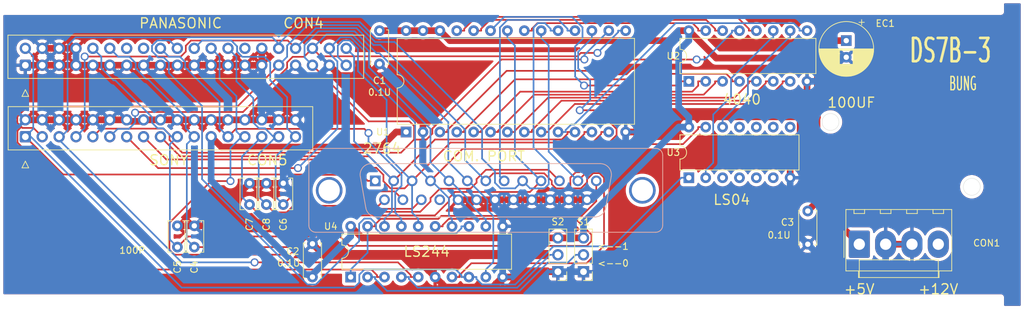
<source format=kicad_pcb>
(kicad_pcb (version 20240108) (generator "pcbnew") (generator_version "8.0")
  (layers (0 "F.Cu" signal) (31 "B.Cu" signal) (34 "B.Paste" user) (35 "F.Paste" user) (36 "B.SilkS" user "B.Silkscreen") (37 "F.SilkS" user "F.Silkscreen") (38 "B.Mask" user) (39 "F.Mask" user) (44 "Edge.Cuts" user))
  (net 0 "")
  (net 1 "/GND")
  (net 2 "/D5")
  (net 3 "/D6")
  (net 4 "/D7")
  (net 5 "/A6")
  (net 6 "/+5V")
  (net 7 "/A5")
  (net 8 "/A2")
  (net 9 "/D4")
  (net 10 "/A9")
  (net 11 "/A7")
  (net 12 "/EPROM.~{OE}")
  (net 13 "/A4")
  (net 14 "/D0")
  (net 15 "/D1")
  (net 16 "/A3")
  (net 17 "/EPROM.~{CE}")
  (net 18 "/A1")
  (net 19 "/A0")
  (net 20 "/A10")
  (net 21 "/D3")
  (net 22 "/A8")
  (net 23 "/A11")
  (net 24 "/D2")
  (net 25 "/S2")
  (net 26 "/LS244.~{OE}")
  (net 27 "/DMA.Req")
  (net 28 "/Interrupt")
  (net 29 "/S1")
  (net 30 "/Panasonic.D5")
  (net 31 "/Reset")
  (net 32 "/BinCnt.Clk")
  (net 33 "/BinCnt.Reset")
  (net 42 "/+12V")
  (net 44 "/CD.~{WE}")
  (net 46 "/Bus.Enable")
  (net 48 "/Addr.Bit.0")
  (net 49 "/Addr.Bit.1")
  (footprint "Capacitor_THT:C_Disc_D3.8mm_W2.6mm_P2.50mm" (layer "F.Cu") (at 101.5 107.18 90)
    (property "Reference" "C4")
    (property "Value" "100P")
  )
  (footprint "Connector_IDC:IDC-Header_2x17_P2.54mm_Vertical" (layer "F.Cu") (at 76.09 90.58 90)
    (property "Reference" "CON5")
    (property "Value" "SONY" (hide yes))
  )
  (footprint "Package_DIP:DIP-16_W7.62mm" (layer "F.Cu") (at 175.87 82.25 90)
    (property "Reference" "U2")
    (property "Value" "4040")
  )
  (footprint "Connector_Molex:Molex_KK-396_A-41791-0004_1x04_P3.96mm_Vertical" (layer "F.Cu") (at 201.51 106.75)
    (property "Reference" "CON1")
    (property "Value" "Power Connector")
  )
  (footprint "Package_DIP:DIP-20_W7.62mm" (layer "F.Cu") (at 125.02 111.68 90)
    (property "Reference" "U4")
    (property "Value" "74LS244")
  )
  (footprint "Capacitor_THT:C_Disc_D3.8mm_W2.6mm_P2.50mm" (layer "F.Cu") (at 114.88 100.78 90)
    (property "Reference" "C6")
    (property "Value" "100P")
  )
  (footprint "Capacitor_THT:C_Disc_D3.8mm_W2.6mm_P2.50mm" (layer "F.Cu") (at 98.96 107.18 90)
    (property "Reference" "C5")
    (property "Value" "100P")
  )
  (footprint "Connector_PinHeader_2.54mm:PinHeader_1x03_P2.54mm_Vertical" (layer "F.Cu") (at 156.18 110.88 180)
    (property "Reference" "S2")
    (property "Value" "Jumper_3_Open")
  )
  (footprint "Package_DIP:DIP-14_W7.62mm" (layer "F.Cu") (at 175.87 96.75 90)
    (property "Reference" "U3")
    (property "Value" "74LS04")
  )
  (footprint "Capacitor_THT:C_Disc_D5.0mm_W2.5mm_P5.00mm" (layer "F.Cu") (at 193.76 106.75 90)
    (property "Reference" "C3")
    (property "Value" "0.1U")
  )
  (footprint "Capacitor_THT:CP_Radial_D8.0mm_P2.50mm" (layer "F.Cu") (at 199.55 76.13 -90)
    (property "Reference" "EC1")
    (property "Value" "100 uF")
  )
  (footprint "Connector_PinHeader_2.54mm:PinHeader_1x03_P2.54mm_Vertical" (layer "F.Cu") (at 160.03 110.88 180)
    (property "Reference" "S1")
    (property "Value" "Jumper_3_Open")
  )
  (footprint "Capacitor_THT:C_Disc_D3.8mm_W2.6mm_P2.50mm" (layer "F.Cu") (at 109.8 100.78 90)
    (property "Reference" "C7")
    (property "Value" "100P")
  )
  (footprint "Package_DIP:DIP-28_W15.24mm" (layer "F.Cu") (at 133.35 89.87 90)
    (property "Reference" "U1")
    (property "Value" "~")
  )
  (footprint "Capacitor_THT:C_Disc_D3.8mm_W2.6mm_P2.50mm" (layer "F.Cu") (at 112.34 100.78 90)
    (property "Reference" "C8")
    (property "Value" "100P")
  )
  (footprint "Connector_IDC:IDC-Header_2x20_P2.54mm_Vertical" (layer "F.Cu") (at 76.09 79.83 90)
    (property "Reference" "CON4")
    (property "Value" "PANASONIC" (hide yes))
  )
  (footprint "Capacitor_THT:C_Disc_D5.0mm_W2.5mm_P5.00mm" (layer "F.Cu") (at 129.35 79.63 90)
    (property "Reference" "C1")
    (property "Value" "0.1U")
  )
  (footprint "Capacitor_THT:C_Disc_D5.0mm_W2.5mm_P5.00mm" (layer "F.Cu") (at 119.27 111.68 90)
    (property "Reference" "C2")
    (property "Value" "0.1U")
  )
  (footprint "Connector_Dsub:DSUB-25_Female_Vertical_P2.77x2.84mm_MountingHoles" (layer "B.Cu") (at 128.715 97.22 180)
    (property "Reference" "J1" (hide yes))
    (property "Value" "COM. PORT")
  )
  (gr_line (start 222.78 114.77) (end 72.28 114.77) (stroke (width 0.002)) (layer "Edge.Cuts"))
  (gr_line (start 226.28 116.52) (end 222.78 116.52) (stroke (width 0.002)) (layer "Edge.Cuts"))
  (gr_line (start 226.28 70.02) (end 226.28 116.52) (stroke (width 0.002)) (layer "Edge.Cuts"))
  (gr_circle (center 197.18 88.36) (end 198.45 88.36) (stroke (width 0.05)) (fill none) (layer "Edge.Cuts"))
  (gr_line (start 222.78 70.02) (end 226.28 70.02) (stroke (width 0.002)) (layer "Edge.Cuts"))
  (gr_line (start 222.78 114.77) (end 222.78 116.52) (stroke (width 0.002)) (layer "Edge.Cuts"))
  (gr_line (start 72.28 114.77) (end 72.28 71.77) (stroke (width 0.002)) (layer "Edge.Cuts"))
  (gr_circle (center 218.43 98.11) (end 219.7 98.11) (stroke (width 0.05)) (fill none) (layer "Edge.Cuts"))
  (gr_line (start 72.28 71.77) (end 222.78 71.77) (stroke (width 0.002)) (layer "Edge.Cuts"))
  (gr_line (start 222.78 70.02) (end 222.78 71.77) (stroke (width 0.002)) (layer "Edge.Cuts"))
  (gr_text "0.1U" (at 189.44 105.38 0) (layer "F.SilkS") (effects (font (size 1 1))))
  (gr_text "4040" (at 183.86 84.98 0) (layer "F.SilkS") (effects (font (size 1.5 1.5) (thickness 0.2))))
  (gr_text "PANASONIC" (at 99.45 73.51 0) (layer "F.SilkS") (effects (font (size 1.5 1.5) (thickness 0.2))))
  (gr_text "LS04" (at 182.32 100.06 0) (layer "F.SilkS") (effects (font (size 1.5 1.5) (thickness 0.2))))
  (gr_text "BUNG" (at 214.92 83.77 0) (layer "F.SilkS") (effects (font (size 2 1) (thickness 0.2) (bold yes)) (justify left bottom)))
  (gr_text "0.1U" (at 129.36 83.9 0) (layer "F.SilkS") (effects (font (size 1 1))))
  (gr_text "100P" (at 92.17 107.67 0) (layer "F.SilkS") (effects (font (size 1 1))))
  (gr_text "<--0" (at 164.49 109.61 0) (layer "F.SilkS") (effects (font (size 1 1))))
  (gr_text "100UF" (at 200.31 85.45 0) (layer "F.SilkS") (effects (font (size 1.5 1.5) (thickness 0.2))))
  (gr_text "+12V" (at 213.39 113.51 0) (layer "F.SilkS") (effects (font (size 1.5 1.5) (thickness 0.2))))
  (gr_text "DS7B-3" (at 208.85 79.67 0) (layer "F.SilkS") (effects (font (size 3.5 2) (thickness 0.4) (bold yes)) (justify left bottom)))
  (gr_text "<--1" (at 164.49 107.07 0) (layer "F.SilkS") (effects (font (size 1 1))))
  (gr_text "SONY" (at 97.67 94.105 0) (layer "F.SilkS") (effects (font (size 1.5 1.5) (thickness 0.2))))
  (gr_text "LS244" (at 136.45 107.87 0) (layer "F.SilkS") (effects (font (size 1.5 1.5) (thickness 0.2))))
  (gr_text "+5V" (at 201.51 113.51 0) (layer "F.SilkS") (effects (font (size 1.5 1.5) (thickness 0.2))))
  (gr_text "2764" (at 129.72 92.35 0) (layer "F.SilkS") (effects (font (size 1.5 1.5) (thickness 0.2))))
  (gr_text "COM. PORT" (at 145.05 93.51 0) (layer "F.SilkS") (effects (font (size 1.5 1.5) (thickness 0.2))))
  (gr_text "0.1U" (at 115.69 109.59 0) (layer "F.SilkS") (effects (font (size 1 1))))
  (segment (start 103.4 103.98) (end 101.5 103.98) (width 1) (layer "F.Cu") (net 1))
  (segment (start 191.11 96.75) (end 191.11 95.2483) (width 1) (layer "F.Cu") (net 1))
  (segment (start 152.26 100.06) (end 149.49 100.06) (width 1) (layer "F.Cu") (net 1))
  (segment (start 93.6392 88.2708) (end 93.87 88.04) (width 1) (layer "F.Cu") (net 1))
  (segment (start 121.1873 108.5973) (end 119.27 106.68) (width 1) (layer "F.Cu") (net 1))
  (segment (start 146.3652 113.1948) (end 139.2348 113.1948) (width 1) (layer "F.Cu") (net 1))
  (segment (start 111.65 88.04) (end 109.11 88.04) (width 1) (layer "F.Cu") (net 1))
  (segment (start 91.33 88.04) (end 91.5608 88.2708) (width 1) (layer "F.Cu") (net 1))
  (segment (start 83.71 77.29) (end 81.17 77.29) (width 1) (layer "F.Cu") (net 1))
  (segment (start 91.5608 88.2708) (end 93.6392 88.2708) (width 1) (layer "F.Cu") (net 1))
  (segment (start 147.88 111.68) (end 146.3652 113.1948) (width 1) (layer "F.Cu") (net 1))
  (segment (start 81.17 88.04) (end 78.63 88.04) (width 1) (layer "F.Cu") (net 1))
  (segment (start 112.34 97.58) (end 109.8 97.58) (width 1) (layer "F.Cu") (net 1))
  (segment (start 109.11 79.83) (end 111.65 79.83) (width 1) (layer "F.Cu") (net 1))
  (segment (start 101.49 88.04) (end 98.95 88.04) (width 1) (layer "F.Cu") (net 1))
  (segment (start 139.2348 113.1948) (end 137.72 111.68) (width 1) (layer "F.Cu") (net 1))
  (segment (start 88.79 79.83) (end 86.25 79.83) (width 1) (layer "F.Cu") (net 1))
  (segment (start 147.88 111.68) (end 153.8283 111.68) (width 1) (layer "F.Cu") (net 1))
  (segment (start 91.33 88.04) (end 88.79 88.04) (width 1) (layer "F.Cu") (net 1))
  (segment (start 81.17 77.29) (end 78.63 77.29) (width 1) (layer "F.Cu") (net 1))
  (segment (start 104.03 79.83) (end 101.49 79.83) (width 1) (layer "F.Cu") (net 1))
  (segment (start 76.09 79.83) (end 78.63 79.83) (width 1) (layer "F.Cu") (net 1))
  (segment (start 112.34 97.58) (end 114.88 97.58) (width 1) (layer "F.Cu") (net 1))
  (segment (start 106.57 79.83) (end 104.03 79.83) (width 1) (layer "F.Cu") (net 1))
  (segment (start 121.81 79.83) (end 123.369 81.389) (width 1) (layer "F.Cu") (net 1))
  (segment (start 104.03 88.04) (end 101.49 88.04) (width 1) (layer "F.Cu") (net 1))
  (segment (start 167.8717 89.87) (end 170.1505 87.5912) (width 1) (layer "F.Cu") (net 1))
  (segment (start 109.8 97.58) (end 103.4 103.98) (width 1) (layer "F.Cu") (net 1))
  (segment (start 153.8283 111.68) (end 154.6283 110.88) (width 1) (layer "F.Cu") (net 1))
  (segment (start 192.615 87.5912) (end 193.65 86.5562) (width 1) (layer "F.Cu") (net 1))
  (segment (start 109.11 88.04) (end 106.57 88.04) (width 1) (layer "F.Cu") (net 1))
  (segment (start 149.49 100.06) (end 146.72 100.06) (width 1) (layer "F.Cu") (net 1))
  (segment (start 134.6373 108.5973) (end 121.1873 108.5973) (width 1) (layer "F.Cu") (net 1))
  (segment (start 155.03 100.06) (end 152.26 100.06) (width 1) (layer "F.Cu") (net 1))
  (segment (start 170.1505 87.5912) (end 192.615 87.5912) (width 1) (layer "F.Cu") (net 1))
  (segment (start 192.615 87.5912) (end 192.615 93.7433) (width 1) (layer "F.Cu") (net 1))
  (segment (start 127.591 81.389) (end 128.2509 80.7291) (width 1) (layer "F.Cu") (net 1))
  (segment (start 88.79 88.04) (end 86.25 88.04) (width 1) (layer "F.Cu") (net 1))
  (segment (start 114.19 88.04) (end 111.65 88.04) (width 1) (layer "F.Cu") (net 1))
  (segment (start 128.2509 80.7291) (end 129.35 79.63) (width 1) (layer "F.Cu") (net 1))
  (segment (start 93.87 79.83) (end 91.33 79.83) (width 1) (layer "F.Cu") (net 1))
  (segment (start 137.72 111.68) (end 134.6373 108.5973) (width 1) (layer "F.Cu") (net 1))
  (segment (start 96.41 79.83) (end 93.87 79.83) (width 1) (layer "F.Cu") (net 1))
  (segment (start 81.17 79.83) (end 83.71 79.83) (width 1) (layer "F.Cu") (net 1))
  (segment (start 116.73 88.04) (end 114.19 88.04) (width 1) (layer "F.Cu") (net 1))
  (segment (start 96.41 88.04) (end 93.87 88.04) (width 1) (layer "F.Cu") (net 1))
  (segment (start 83.71 88.04) (end 81.17 88.04) (width 1) (layer "F.Cu") (net 1))
  (segment (start 81.17 79.83) (end 78.63 79.83) (width 1) (layer "F.Cu") (net 1))
  (segment (start 98.95 79.83) (end 96.41 79.83) (width 1) (layer "F.Cu") (net 1))
  (segment (start 101.49 79.83) (end 98.95 79.83) (width 1) (layer "F.Cu") (net 1))
  (segment (start 83.71 79.83) (end 86.25 79.83) (width 1) (layer "F.Cu") (net 1))
  (segment (start 86.25 88.04) (end 83.71 88.04) (width 1) (layer "F.Cu") (net 1))
  (segment (start 157.8 100.06) (end 155.03 100.06) (width 1) (layer "F.Cu") (net 1))
  (segment (start 111.65 77.29) (end 111.65 79.83) (width 1) (layer "F.Cu") (net 1))
  (segment (start 98.96 103.98) (end 101.5 103.98) (width 1) (layer "F.Cu") (net 1))
  (segment (start 128.2509 80.7291) (end 135.89 88.3683) (width 1) (layer "F.Cu") (net 1))
  (segment (start 106.57 88.04) (end 104.03 88.04) (width 1) (layer "F.Cu") (net 1))
  (segment (start 156.18 110.88) (end 154.6283 110.88) (width 1) (layer "F.Cu") (net 1))
  (segment (start 123.369 81.389) (end 127.591 81.389) (width 1) (layer "F.Cu") (net 1))
  (segment (start 160.57 100.06) (end 157.8 100.06) (width 1) (layer "F.Cu") (net 1))
  (segment (start 209.43 106.75) (end 205.47 106.75) (width 1) (layer "F.Cu") (net 1))
  (segment (start 135.89 89.87) (end 135.89 88.3683) (width 1) (layer "F.Cu") (net 1))
  (segment (start 143.95 100.06) (end 141.18 100.06) (width 1) (layer "F.Cu") (net 1))
  (segment (start 192.615 93.7433) (end 191.11 95.2483) (width 1) (layer "F.Cu") (net 1))
  (segment (start 193.65 86.5562) (end 193.65 82.25) (width 1) (layer "F.Cu") (net 1))
  (segment (start 91.33 79.83) (end 88.79 79.83) (width 1) (layer "F.Cu") (net 1))
  (segment (start 146.72 100.06) (end 143.95 100.06) (width 1) (layer "F.Cu") (net 1))
  (segment (start 98.95 88.04) (end 96.41 88.04) (width 1) (layer "F.Cu") (net 1))
  (segment (start 166.37 89.87) (end 167.8717 89.87) (width 1) (layer "F.Cu") (net 1))
  (segment (start 109.11 79.83) (end 106.57 79.83) (width 1) (layer "F.Cu") (net 1))
  (segment (start 78.63 88.04) (end 76.09 88.04) (width 1) (layer "F.Cu") (net 1))
  (segment (start 205.4431 109.5286) (end 196.5386 109.5286) (width 1) (layer "B.Cu") (net 1))
  (segment (start 120.2583 81.3817) (end 118.2817 81.3817) (width 1) (layer "B.Cu") (net 1))
  (segment (start 119.27 101.97) (end 114.88 97.58) (width 1) (layer "B.Cu") (net 1))
  (segment (start 119.27 106.68) (end 119.27 101.97) (width 1) (layer "B.Cu") (net 1))
  (segment (start 111.65 79.83) (end 111.65 88.04) (width 1) (layer "B.Cu") (net 1))
  (segment (start 118.2823 89.5923) (end 118.2823 92.2688) (width 1) (layer "B.Cu") (net 1))
  (segment (start 83.71 77.29) (end 83.71 79.83) (width 1) (layer "B.Cu") (net 1))
  (segment (start 147.88 103.3091) (end 147.88 102.5583) (width 1) (layer "B.Cu") (net 1))
  (segment (start 147.88 104.06) (end 147.88 111.68) (width 1) (layer "B.Cu") (net 1))
  (segment (start 118.2817 81.3817) (end 116.73 79.83) (width 1) (layer "B.Cu") (net 1))
  (segment (start 121.81 79.83) (end 120.2583 81.3817) (width 1) (layer "B.Cu") (net 1))
  (segment (start 118.2823 92.2688) (end 114.88 95.6711) (width 1) (layer "B.Cu") (net 1))
  (segment (start 198.7717 78.63) (end 195.1517 82.25) (width 1) (layer "B.Cu") (net 1))
  (segment (start 146.72 100.06) (end 146.72 101.3983) (width 1) (layer "B.Cu") (net 1))
  (segment (start 161.2388 100.06) (end 160.57 100.06) (width 1) (layer "B.Cu") (net 1))
  (segment (start 146.72 101.3983) (end 147.88 102.5583) (width 1) (layer "B.Cu") (net 1))
  (segment (start 166.37 94.9288) (end 161.2388 100.06) (width 1) (layer "B.Cu") (net 1))
  (segment (start 199.55 78.63) (end 198.7717 78.63) (width 1) (layer "B.Cu") (net 1))
  (segment (start 191.11 104.1) (end 193.76 106.75) (width 1) (layer "B.Cu") (net 1))
  (segment (start 205.47 109.5017) (end 205.4431 109.5286) (width 1) (layer "B.Cu") (net 1))
  (segment (start 196.5386 109.5286) (end 193.76 106.75) (width 1) (layer "B.Cu") (net 1))
  (segment (start 116.73 88.04) (end 118.2823 89.5923) (width 1) (layer "B.Cu") (net 1))
  (segment (start 166.37 89.87) (end 166.37 94.9288) (width 1) (layer "B.Cu") (net 1))
  (segment (start 118.2817 86.4883) (end 116.73 88.04) (width 1) (layer "B.Cu") (net 1))
  (segment (start 118.2817 81.3817) (end 118.2817 86.4883) (width 1) (layer "B.Cu") (net 1))
  (segment (start 114.88 95.6711) (end 114.88 97.58) (width 1) (layer "B.Cu") (net 1))
  (segment (start 147.88 103.3091) (end 147.88 104.06) (width 1) (layer "B.Cu") (net 1))
  (segment (start 193.65 82.25) (end 195.1517 82.25) (width 1) (layer "B.Cu") (net 1))
  (segment (start 156.18 110.88) (end 160.03 110.88) (width 1) (layer "B.Cu") (net 1))
  (segment (start 205.47 106.75) (end 205.47 109.5017) (width 1) (layer "B.Cu") (net 1))
  (segment (start 191.11 96.75) (end 191.11 104.1) (width 1) (layer "B.Cu") (net 1))
  (segment (start 160.4933 109.6101) (end 163.1189 106.9845) (width 0.25) (layer "F.Cu") (net 2))
  (segment (start 141.3867 111.68) (end 141.3867 111.3983) (width 0.25) (layer "F.Cu") (net 2))
  (segment (start 158.0548 96.7306) (end 158.8691 95.9163) (width 0.25) (layer "F.Cu") (net 2))
  (segment (start 161.4842 96.0637) (end 160.57 96.9779) (width 0.25) (layer "F.Cu") (net 2))
  (segment (start 100.22 77.7786) (end 99.4756 78.523) (width 0.25) (layer "F.Cu") (net 2))
  (segment (start 116.73 77.29) (end 115.5533 76.1133) (width 0.25) (layer "F.Cu") (net 2))
  (segment (start 158.0548 98.3508) (end 158.0548 96.7306) (width 0.25) (layer "F.Cu") (net 2))
  (segment (start 160.57 97.4381) (end 159.6573 98.3508) (width 0.25) (layer "F.Cu") (net 2))
  (segment (start 163.1189 106.9845) (end 163.1189 96.7426) (width 0.25) (layer "F.Cu") (net 2))
  (segment (start 158.8691 95.9163) (end 159.4237 95.9163) (width 0.25) (layer "F.Cu") (net 2))
  (segment (start 165.0056 90.3344) (end 165.0056 89.4178) (width 0.25) (layer "F.Cu") (net 2))
  (segment (start 163.1189 96.7426) (end 162.44 96.0637) (width 0.25) (layer "F.Cu") (net 2))
  (segment (start 160.57 96.9779) (end 160.57 97.4381) (width 0.25) (layer "F.Cu") (net 2))
  (segment (start 159.6573 98.3508) (end 158.0548 98.3508) (width 0.25) (layer "F.Cu") (net 2))
  (segment (start 155.2553 97.7172) (end 155.8889 98.3508) (width 0.25) (layer "F.Cu") (net 2))
  (segment (start 100.22 76.8959) (end 100.22 77.7786) (width 0.25) (layer "F.Cu") (net 2))
  (segment (start 115.5533 76.1133) (end 101.0026 76.1133) (width 0.25) (layer "F.Cu") (net 2))
  (segment (start 165.0056 89.4178) (end 162.1882 86.6004) (width 0.25) (layer "F.Cu") (net 2))
  (segment (start 140.26 111.68) (end 141.3867 111.68) (width 0.25) (layer "F.Cu") (net 2))
  (segment (start 159.4237 95.9163) (end 165.0056 90.3344) (width 0.25) (layer "F.Cu") (net 2))
  (segment (start 155.8889 98.3508) (end 158.0548 98.3508) (width 0.25) (layer "F.Cu") (net 2))
  (segment (start 154.1227 96.0881) (end 155.2553 97.2207) (width 0.25) (layer "F.Cu") (net 2))
  (segment (start 141.3867 111.3983) (end 143.1749 109.6101) (width 0.25) (layer "F.Cu") (net 2))
  (segment (start 143.1749 109.6101) (end 160.4933 109.6101) (width 0.25) (layer "F.Cu") (net 2))
  (segment (start 101.0026 76.1133) (end 100.22 76.8959) (width 0.25) (layer "F.Cu") (net 2))
  (segment (start 145.335 97.22) (end 146.4669 96.0881) (width 0.25) (layer "F.Cu") (net 2))
  (segment (start 162.44 96.0637) (end 161.4842 96.0637) (width 0.25) (layer "F.Cu") (net 2))
  (segment (start 146.4669 96.0881) (end 154.1227 96.0881) (width 0.25) (layer "F.Cu") (net 2))
  (segment (start 162.1882 86.6004) (end 159.4698 86.6004) (width 0.25) (layer "F.Cu") (net 2))
  (segment (start 99.4756 78.523) (end 85.017 78.523) (width 0.25) (layer "F.Cu") (net 2))
  (segment (start 155.2553 97.2207) (end 155.2553 97.7172) (width 0.25) (layer "F.Cu") (net 2))
  (via (at 85.017 78.523) (size 1.2) (drill 0.8) (layers "F.Cu" "B.Cu") (net 2))
  (via (at 159.4698 86.6004) (size 1.2) (drill 0.8) (layers "F.Cu" "B.Cu") (net 2))
  (segment (start 142.2475 94.1325) (end 142.2475 89.5389) (width 0.25) (layer "B.Cu") (net 2))
  (segment (start 119.7664 74.2536) (end 116.73 77.29) (width 0.25) (layer "B.Cu") (net 2))
  (segment (start 159.2329 80.3173) (end 161.0383 82.1227) (width 0.25) (layer "B.Cu") (net 2))
  (segment (start 129.4907 76.7821) (end 128.4343 76.7821) (width 0.25) (layer "B.Cu") (net 2))
  (segment (start 125.9058 74.2536) (end 119.7664 74.2536) (width 0.25) (layer "B.Cu") (net 2))
  (segment (start 85.017 78.523) (end 85.017 89.273) (width 0.25) (layer "B.Cu") (net 2))
  (segment (start 159.2329 77.8138) (end 159.2329 80.3173) (width 0.25) (layer "B.Cu") (net 2))
  (segment (start 142.2475 89.5389) (end 129.4907 76.7821) (width 0.25) (layer "B.Cu") (net 2))
  (segment (start 161.29 75.7567) (end 159.2329 77.8138) (width 0.25) (layer "B.Cu") (net 2))
  (segment (start 161.0383 82.1227) (end 161.0383 85.0319) (width 0.25) (layer "B.Cu") (net 2))
  (segment (start 85.017 89.273) (end 83.71 90.58) (width 0.25) (layer "B.Cu") (net 2))
  (segment (start 145.335 97.22) (end 142.2475 94.1325) (width 0.25) (layer "B.Cu") (net 2))
  (segment (start 128.4343 76.7821) (end 125.9058 74.2536) (width 0.25) (layer "B.Cu") (net 2))
  (segment (start 161.0383 85.0319) (end 159.4698 86.6004) (width 0.25) (layer "B.Cu") (net 2))
  (segment (start 161.29 74.63) (end 161.29 75.7567) (width 0.25) (layer "B.Cu") (net 2))
  (segment (start 110.5632 109.4744) (end 132.1294 109.4744) (width 0.25) (layer "F.Cu") (net 3))
  (segment (start 134.0533 111.3983) (end 134.0533 111.68) (width 0.25) (layer "F.Cu") (net 3))
  (segment (start 132.1294 109.4744) (end 134.0533 111.3983) (width 0.25) (layer "F.Cu") (net 3))
  (segment (start 135.18 111.68) (end 134.0533 111.68) (width 0.25) (layer "F.Cu") (net 3))
  (via (at 110.5632 109.4744) (size 1.2) (drill 0.8) (layers "F.Cu" "B.Cu") (net 3))
  (segment (start 148.6016 73.0094) (end 147.4633 74.1477) (width 0.25) (layer "B.Cu") (net 3))
  (segment (start 157.6233 74.3483) (end 156.2844 73.0094) (width 0.25) (layer "B.Cu") (net 3))
  (segment (start 147.4633 96.5783) (end 147.4633 75.7638) (width 0.25) (layer "B.Cu") (net 3))
  (segment (start 81.4692 90.58) (end 81.4692 91.3381) (width 0.25) (layer "B.Cu") (net 3))
  (segment (start 156.2844 73.0094) (end 148.6016 73.0094) (width 0.25) (layer "B.Cu") (net 3))
  (segment (start 83.6461 75.636) (end 82.44 76.8421) (width 0.25) (layer "B.Cu") (net 3))
  (segment (start 82.44 76.8421) (end 82.44 89.6092) (width 0.25) (layer "B.Cu") (net 3))
  (segment (start 147.4633 74.1477) (end 147.4633 75.7638) (width 0.25) (layer "B.Cu") (net 3))
  (segment (start 148.105 97.22) (end 147.4633 96.5783) (width 0.25) (layer "B.Cu") (net 3))
  (segment (start 114.19 76.5998) (end 114.19 77.29) (width 0.25) (layer "B.Cu") (net 3))
  (segment (start 99.6055 109.4744) (end 110.5632 109.4744) (width 0.25) (layer "B.Cu") (net 3))
  (segment (start 128.8259 75.7638) (end 126.4059 73.3438) (width 0.25) (layer "B.Cu") (net 3))
  (segment (start 113.2262 75.636) (end 83.6461 75.636) (width 0.25) (layer "B.Cu") (net 3))
  (segment (start 157.6233 74.63) (end 157.6233 74.3483) (width 0.25) (layer "B.Cu") (net 3))
  (segment (start 81.4692 90.58) (end 81.17 90.58) (width 0.25) (layer "B.Cu") (net 3))
  (segment (start 126.4059 73.3438) (end 117.446 73.3438) (width 0.25) (layer "B.Cu") (net 3))
  (segment (start 114.19 76.5998) (end 113.2262 75.636) (width 0.25) (layer "B.Cu") (net 3))
  (segment (start 81.4692 91.3381) (end 99.6055 109.4744) (width 0.25) (layer "B.Cu") (net 3))
  (segment (start 117.446 73.3438) (end 114.19 76.5998) (width 0.25) (layer "B.Cu") (net 3))
  (segment (start 82.44 89.6092) (end 81.4692 90.58) (width 0.25) (layer "B.Cu") (net 3))
  (segment (start 158.75 74.63) (end 157.6233 74.63) (width 0.25) (layer "B.Cu") (net 3))
  (segment (start 147.4633 75.7638) (end 128.8259 75.7638) (width 0.25) (layer "B.Cu") (net 3))
  (segment (start 94.011 110.5533) (end 128.1284 110.5533) (width 0.25) (layer "F.Cu") (net 4))
  (segment (start 114.19 79.83) (end 107.9776 86.0424) (width 0.25) (layer "F.Cu") (net 4))
  (segment (start 128.1284 110.5533) (end 128.9733 111.3982) (width 0.25) (layer "F.Cu") (net 4))
  (segment (start 75.6405 89.2567) (end 77.3067 89.2567) (width 0.25) (layer "F.Cu") (net 4))
  (segment (start 130.1 111.68) (end 128.9733 111.68) (width 0.25) (layer "F.Cu") (net 4))
  (segment (start 74.8858 87.5636) (end 74.8858 88.502) (width 0.25) (layer "F.Cu") (net 4))
  (segment (start 75.4835 89.0996) (end 74.91 89.6731) (width 0.25) (layer "F.Cu") (net 4))
  (segment (start 128.9733 111.3982) (end 128.9733 111.68) (width 0.25) (layer "F.Cu") (net 4))
  (segment (start 74.8858 88.502) (end 75.4835 89.0996) (width 0.25) (layer "F.Cu") (net 4))
  (segment (start 74.91 91.4523) (end 94.011 110.5533) (width 0.25) (layer "F.Cu") (net 4))
  (segment (start 75.4835 89.0996) (end 75.6405 89.2567) (width 0.25) (layer "F.Cu") (net 4))
  (segment (start 107.9776 86.0424) (end 76.407 86.0424) (width 0.25) (layer "F.Cu") (net 4))
  (segment (start 76.407 86.0424) (end 74.8858 87.5636) (width 0.25) (layer "F.Cu") (net 4))
  (segment (start 74.91 89.6731) (end 74.91 91.4523) (width 0.25) (layer "F.Cu") (net 4))
  (segment (start 77.3067 89.2567) (end 78.63 90.58) (width 0.25) (layer "F.Cu") (net 4))
  (segment (start 155.0833 74.3482) (end 155.0833 74.63) (width 0.25) (layer "B.Cu") (net 4))
  (segment (start 131.6255 76.3289) (end 144.78 89.4834) (width 0.25) (layer "B.Cu") (net 4))
  (segment (start 154.7969 97.728) (end 154.7969 94.498) (width 0.25) (layer "B.Cu") (net 4))
  (segment (start 156.21 74.63) (end 155.0833 74.63) (width 0.25) (layer "B.Cu") (net 4))
  (segment (start 152.0063 98.3513) (end 154.1736 98.3513) (width 0.25) (layer "B.Cu") (net 4))
  (segment (start 154.1736 98.3513) (end 154.7969 97.728) (width 0.25) (layer "B.Cu") (net 4))
  (segment (start 114.19 79.83) (end 115.46 78.56) (width 0.25) (layer "B.Cu") (net 4))
  (segment (start 154.7969 94.498) (end 152.5185 92.2196) (width 0.25) (layer "B.Cu") (net 4))
  (segment (start 118.5444 73.7969) (end 126.1715 73.7969) (width 0.25) (layer "B.Cu") (net 4))
  (segment (start 152.5185 92.2196) (end 152.5185 74.159) (width 0.25) (layer "B.Cu") (net 4))
  (segment (start 149.7483 98.3467) (end 150.875 97.22) (width 0.25) (layer "B.Cu") (net 4))
  (segment (start 115.46 76.8813) (end 118.5444 73.7969) (width 0.25) (layer "B.Cu") (net 4))
  (segment (start 144.78 93.8748) (end 146.72 95.8148) (width 0.25) (layer "B.Cu") (net 4))
  (segment (start 150.875 97.22) (end 152.0063 98.3513) (width 0.25) (layer "B.Cu") (net 4))
  (segment (start 128.7035 76.3289) (end 131.6255 76.3289) (width 0.25) (layer "B.Cu") (net 4))
  (segment (start 152.5185 74.159) (end 153.1742 73.5033) (width 0.25) (layer "B.Cu") (net 4))
  (segment (start 115.46 78.56) (end 115.46 76.8813) (width 0.25) (layer "B.Cu") (net 4))
  (segment (start 154.2384 73.5033) (end 155.0833 74.3482) (width 0.25) (layer "B.Cu") (net 4))
  (segment (start 126.1715 73.7969) (end 128.7035 76.3289) (width 0.25) (layer "B.Cu") (net 4))
  (segment (start 144.78 89.4834) (end 144.78 93.8748) (width 0.25) (layer "B.Cu") (net 4))
  (segment (start 147.5551 98.3467) (end 149.7483 98.3467) (width 0.25) (layer "B.Cu") (net 4))
  (segment (start 146.72 95.8148) (end 146.72 97.5116) (width 0.25) (layer "B.Cu") (net 4))
  (segment (start 146.72 97.5116) (end 147.5551 98.3467) (width 0.25) (layer "B.Cu") (net 4))
  (segment (start 153.1742 73.5033) (end 154.2384 73.5033) (width 0.25) (layer "B.Cu") (net 4))
  (segment (start 149.734 81.951) (end 166.8192 81.951) (width 0.25) (layer "F.Cu") (net 5))
  (segment (start 142.0967 89.5883) (end 149.734 81.951) (width 0.25) (layer "F.Cu") (net 5))
  (segment (start 140.97 89.87) (end 142.0967 89.87) (width 0.25) (layer "F.Cu") (net 5))
  (segment (start 182.3633 81.9682) (end 182.3633 82.25) (width 0.25) (layer "F.Cu") (net 5))
  (segment (start 181.5184 81.1233) (end 182.3633 81.9682) (width 0.25) (layer "F.Cu") (net 5))
  (segment (start 167.6469 81.1233) (end 181.5184 81.1233) (width 0.25) (layer "F.Cu") (net 5))
  (segment (start 166.8192 81.951) (end 167.6469 81.1233) (width 0.25) (layer "F.Cu") (net 5))
  (segment (start 142.0967 89.87) (end 142.0967 89.5883) (width 0.25) (layer "F.Cu") (net 5))
  (segment (start 183.49 82.25) (end 182.3633 82.25) (width 0.25) (layer "F.Cu") (net 5))
  (segment (start 131.8483 89.87) (end 129.5828 92.1355) (width 1) (layer "F.Cu") (net 6))
  (segment (start 160.03 105.8) (end 156.18 105.8) (width 1) (layer "F.Cu") (net 6))
  (segment (start 175.87 74.63) (end 174.3683 74.63) (width 1) (layer "F.Cu") (net 6))
  (segment (start 139.933 76.133) (end 172.8653 76.133) (width 1) (layer "F.Cu") (net 6))
  (segment (start 195.2068 78.7516) (end 195.2068 87.6859) (width 1) (layer "F.Cu") (net 6))
  (segment (start 195.1251 100.3849) (end 195.1449 100.3849) (width 1) (layer "F.Cu") (net 6))
  (segment (start 138.43 74.63) (end 139.933 76.133) (width 1) (layer "F.Cu") (net 6))
  (segment (start 172.8653 76.133) (end 174.3683 74.63) (width 1) (layer "F.Cu") (net 6))
  (segment (start 135.89 74.63) (end 133.35 74.63) (width 1) (layer "F.Cu") (net 6))
  (segment (start 198.0483 76.13) (end 195.4267 78.7516) (width 1) (layer "F.Cu") (net 6))
  (segment (start 193.76 101.75) (end 195.1251 100.3849) (width 1) (layer "F.Cu") (net 6))
  (segment (start 195.2068 87.6859) (end 195.1449 87.7478) (width 1) (layer "F.Cu") (net 6))
  (segment (start 135.89 74.63) (end 138.43 74.63) (width 1) (layer "F.Cu") (net 6))
  (segment (start 133.35 74.63) (end 129.35 74.63) (width 1) (layer "F.Cu") (net 6))
  (segment (start 199.55 76.13) (end 198.0483 76.13) (width 1) (layer "F.Cu") (net 6))
  (segment (start 179.9916 78.7516) (end 175.87 74.63) (width 1) (layer "F.Cu") (net 6))
  (segment (start 126.76 105.8) (end 125.02 104.06) (width 1) (layer "F.Cu") (net 6))
  (segment (start 105.5855 92.1355) (end 104.03 90.58) (width 1) (layer "F.Cu") (net 6))
  (segment (start 129.5828 92.1355) (end 105.5855 92.1355) (width 1) (layer "F.Cu") (net 6))
  (segment (start 195.1449 87.7478) (end 195.1449 100.3849) (width 1) (layer "F.Cu") (net 6))
  (segment (start 133.35 89.87) (end 131.8483 89.87) (width 1) (layer "F.Cu") (net 6))
  (segment (start 195.1449 100.3849) (end 201.51 106.75) (width 1) (layer "F.Cu") (net 6))
  (segment (start 195.4267 78.7516) (end 195.2068 78.7516) (width 1) (layer "F.Cu") (net 6))
  (segment (start 195.2068 78.7516) (end 179.9916 78.7516) (width 1) (layer "F.Cu") (net 6))
  (segment (start 156.18 105.8) (end 126.76 105.8) (width 1) (layer "F.Cu") (net 6))
  (segment (start 174.3462 77.6555) (end 174.3462 86.1045) (width 1) (layer "B.Cu") (net 6))
  (segment (start 175.87 89.13) (end 174.3683 89.13) (width 1) (layer "B.Cu") (net 6))
  (segment (start 125.02 105.5617) (end 119.27 111.3117) (width 1) (layer "B.Cu") (net 6))
  (segment (start 119.27 111.3117) (end 118.1873 111.3117) (width 1) (layer "B.Cu") (net 6))
  (segment (start 104.03 97.1544) (end 104.03 90.58) (width 1) (layer "B.Cu") (net 6))
  (segment (start 160.03 105.8) (end 160.03 103.4683) (width 1) (layer "B.Cu") (net 6))
  (segment (start 175.87 89.13) (end 175.87 87.6283) (width 1) (layer "B.Cu") (net 6))
  (segment (start 119.27 111.3117) (end 119.27 111.68) (width 1) (layer "B.Cu") (net 6))
  (segment (start 174.3462 86.1045) (end 175.87 87.6283) (width 1) (layer "B.Cu") (net 6))
  (segment (start 118.1873 111.3117) (end 104.03 97.1544) (width 1) (layer "B.Cu") (net 6))
  (segment (start 160.03 103.4683) (end 174.3683 89.13) (width 1) (layer "B.Cu") (net 6))
  (segment (start 125.02 104.06) (end 125.02 105.5617) (width 1) (layer "B.Cu") (net 6))
  (segment (start 175.87 76.1317) (end 174.3462 77.6555) (width 1) (layer "B.Cu") (net 6))
  (segment (start 175.87 74.63) (end 175.87 76.1317) (width 1) (layer "B.Cu") (net 6))
  (segment (start 178.41 82.25) (end 177.2833 82.25) (width 0.25) (layer "F.Cu") (net 7))
  (segment (start 177.2833 82.25) (end 177.2833 82.8988) (width 0.25) (layer "F.Cu") (net 7))
  (segment (start 177.2833 82.8988) (end 176.3776 83.8045) (width 0.25) (layer "F.Cu") (net 7))
  (segment (start 176.3776 83.8045) (end 150.5213 83.8045) (width 0.25) (layer "F.Cu") (net 7))
  (segment (start 144.6367 89.6891) (end 144.6367 89.87) (width 0.25) (layer "F.Cu") (net 7))
  (segment (start 150.5213 83.8045) (end 144.6367 89.6891) (width 0.25) (layer "F.Cu") (net 7))
  (segment (start 143.51 89.87) (end 144.6367 89.87) (width 0.25) (layer "F.Cu") (net 7))
  (segment (start 152.2567 89.6217) (end 152.2567 89.87) (width 0.25) (layer "F.Cu") (net 8))
  (segment (start 156.7188 85.1596) (end 152.2567 89.6217) (width 0.25) (layer "F.Cu") (net 8))
  (segment (start 187.4433 82.5227) (end 184.8064 85.1596) (width 0.25) (layer "F.Cu") (net 8))
  (segment (start 188.57 82.25) (end 187.4433 82.25) (width 0.25) (layer "F.Cu") (net 8))
  (segment (start 151.13 89.87) (end 152.2567 89.87) (width 0.25) (layer "F.Cu") (net 8))
  (segment (start 184.8064 85.1596) (end 156.7188 85.1596) (width 0.25) (layer "F.Cu") (net 8))
  (segment (start 187.4433 82.25) (end 187.4433 82.5227) (width 0.25) (layer "F.Cu") (net 8))
  (segment (start 136.4093 91.0065) (end 137.3033 90.1125) (width 0.25) (layer "F.Cu") (net 9))
  (segment (start 87.4676 89.3624) (end 96.8933 89.3624) (width 0.25) (layer "F.Cu") (net 9))
  (segment (start 97.7733 91.068) (end 99.6905 92.9852) (width 0.25) (layer "F.Cu") (net 9))
  (segment (start 132.5768 92.9852) (end 134.5555 91.0065) (width 0.25) (layer "F.Cu") (net 9))
  (segment (start 99.6905 92.9852) (end 132.5768 92.9852) (width 0.25) (layer "F.Cu") (net 9))
  (segment (start 137.3033 90.1125) (end 137.3033 89.3586) (width 0.25) (layer "F.Cu") (net 9))
  (segment (start 134.5555 91.0065) (end 134.5555 88.9569) (width 0.25) (layer "F.Cu") (net 9))
  (segment (start 133.872 88.2734) (end 127.7134 88.2734) (width 0.25) (layer "F.Cu") (net 9))
  (segment (start 134.5555 88.9569) (end 133.872 88.2734) (width 0.25) (layer "F.Cu") (net 9))
  (segment (start 127.7134 88.2734) (end 119.27 79.83) (width 0.25) (layer "F.Cu") (net 9))
  (segment (start 137.3033 89.3586) (end 147.7004 78.9615) (width 0.25) (layer "F.Cu") (net 9))
  (segment (start 147.7004 78.9615) (end 160.1606 78.9615) (width 0.25) (layer "F.Cu") (net 9))
  (segment (start 96.8933 89.3624) (end 97.7733 90.2424) (width 0.25) (layer "F.Cu") (net 9))
  (segment (start 86.25 90.58) (end 87.4676 89.3624) (width 0.25) (layer "F.Cu") (net 9))
  (segment (start 134.5555 91.0065) (end 136.4093 91.0065) (width 0.25) (layer "F.Cu") (net 9))
  (segment (start 97.7733 90.2424) (end 97.7733 91.068) (width 0.25) (layer "F.Cu") (net 9))
  (via (at 160.1606 78.9615) (size 1.2) (drill 0.8) (layers "F.Cu" "B.Cu") (net 9))
  (segment (start 142.7363 97.22) (end 142.565 97.22) (width 0.25) (layer "B.Cu") (net 9))
  (segment (start 146.4675 102.4916) (end 145.5829 101.607) (width 0.25) (layer "B.Cu") (net 9))
  (segment (start 142.565 97.22) (end 139.7 94.355) (width 0.25) (layer "B.Cu") (net 9))
  (segment (start 139.7 88.3865) (end 129.3413 78.0278) (width 0.25) (layer "B.Cu") (net 9))
  (segment (start 160.1606 78.2994) (end 160.1606 78.9615) (width 0.25) (layer "B.Cu") (net 9))
  (segment (start 163.83 74.63) (end 160.1606 78.2994) (width 0.25) (layer "B.Cu") (net 9))
  (segment (start 128.9134 78.0278) (end 125.5998 74.7142) (width 0.25) (layer "B.Cu") (net 9))
  (segment (start 139.7 94.355) (end 139.7 88.3865) (width 0.25) (layer "B.Cu") (net 9))
  (segment (start 146.4675 109.4258) (end 146.4675 102.4916) (width 0.25) (layer "B.Cu") (net 9))
  (segment (start 118.0794 76.8012) (end 118.0794 78.6394) (width 0.25) (layer "B.Cu") (net 9))
  (segment (start 120.1664 74.7142) (end 118.0794 76.8012) (width 0.25) (layer "B.Cu") (net 9))
  (segment (start 145.34 111.68) (end 145.34 110.5533) (width 0.25) (layer "B.Cu") (net 9))
  (segment (start 145.5829 100.0666) (end 142.7363 97.22) (width 0.25) (layer "B.Cu") (net 9))
  (segment (start 129.3413 78.0278) (end 128.9134 78.0278) (width 0.25) (layer "B.Cu") (net 9))
  (segment (start 145.34 110.5533) (end 146.4675 109.4258) (width 0.25) (layer "B.Cu") (net 9))
  (segment (start 125.5998 74.7142) (end 120.1664 74.7142) (width 0.25) (layer "B.Cu") (net 9))
  (segment (start 118.0794 78.6394) (end 119.27 79.83) (width 0.25) (layer "B.Cu") (net 9))
  (segment (start 145.5829 101.607) (end 145.5829 100.0666) (width 0.25) (layer "B.Cu") (net 9))
  (segment (start 144.6367 74.63) (end 144.6367 74.3482) (width 0.25) (layer "F.Cu") (net 10))
  (segment (start 143.51 74.63) (end 144.6367 74.63) (width 0.25) (layer "F.Cu") (net 10))
  (segment (start 145.9718 73.0131) (end 178.4881 73.0131) (width 0.25) (layer "F.Cu") (net 10))
  (segment (start 179.8233 74.3483) (end 179.8233 74.63) (width 0.25) (layer "F.Cu") (net 10))
  (segment (start 144.6367 74.3482) (end 145.9718 73.0131) (width 0.25) (layer "F.Cu") (net 10))
  (segment (start 180.95 74.63) (end 179.8233 74.63) (width 0.25) (layer "F.Cu") (net 10))
  (segment (start 178.4881 73.0131) (end 179.8233 74.3483) (width 0.25) (layer "F.Cu") (net 10))
  (segment (start 139.5567 89.87) (end 139.5567 89.5883) (width 0.25) (layer "F.Cu") (net 11))
  (segment (start 139.5567 89.5883) (end 148.4719 80.6731) (width 0.25) (layer "F.Cu") (net 11))
  (segment (start 162.7952 80.6731) (end 164.4973 78.971) (width 0.25) (layer "F.Cu") (net 11))
  (segment (start 148.4719 80.6731) (end 162.7952 80.6731) (width 0.25) (layer "F.Cu") (net 11))
  (segment (start 164.4973 78.971) (end 177.044 78.971) (width 0.25) (layer "F.Cu") (net 11))
  (segment (start 138.43 89.87) (end 139.5567 89.87) (width 0.25) (layer "F.Cu") (net 11))
  (via (at 177.044 78.971) (size 1.2) (drill 0.8) (layers "F.Cu" "B.Cu") (net 11))
  (segment (start 182.3633 74.9117) (end 178.304 78.971) (width 0.25) (layer "B.Cu") (net 11))
  (segment (start 183.49 74.63) (end 182.3633 74.63) (width 0.25) (layer "B.Cu") (net 11))
  (segment (start 182.3633 74.63) (end 182.3633 74.9117) (width 0.25) (layer "B.Cu") (net 11))
  (segment (start 178.304 78.971) (end 177.044 78.971) (width 0.25) (layer "B.Cu") (net 11))
  (segment (start 151.9754 98.8896) (end 153.645 97.22) (width 0.25) (layer "F.Cu") (net 12))
  (segment (start 115.7494 107.18) (end 120.5094 102.42) (width 0.25) (layer "F.Cu") (net 12))
  (segment (start 101.5 107.18) (end 115.7494 107.18) (width 0.25) (layer "F.Cu") (net 12))
  (segment (start 139.795 100.3026) (end 139.795 99.8031) (width 0.25) (layer "F.Cu") (net 12))
  (segment (start 140.7085 98.8896) (end 151.9754 98.8896) (width 0.25) (layer "F.Cu") (net 12))
  (segment (start 137.6776 102.42) (end 139.795 100.3026) (width 0.25) (layer "F.Cu") (net 12))
  (segment (start 139.795 99.8031) (end 140.7085 98.8896) (width 0.25) (layer "F.Cu") (net 12))
  (segment (start 120.5094 102.42) (end 137.6776 102.42) (width 0.25) (layer "F.Cu") (net 12))
  (segment (start 92.6933 79.5144) (end 91.7389 78.56) (width 0.25) (layer "B.Cu") (net 12))
  (segment (start 92.6933 80.3225) (end 92.6933 79.5144) (width 0.25) (layer "B.Cu") (net 12))
  (segment (start 153.645 97.22) (end 149.7167 93.2917) (width 0.25) (layer "B.Cu") (net 12))
  (segment (start 100.3731 91.6969) (end 101.49 90.58) (width 0.25) (layer "B.Cu") (net 12))
  (segment (start 148.59 74.63) (end 148.59 75.7567) (width 0.25) (layer "B.Cu") (net 12))
  (segment (start 101.49 90.58) (end 100.22 89.31) (width 0.25) (layer "B.Cu") (net 12))
  (segment (start 91.7389 78.56) (end 90.06 78.56) (width 0.25) (layer "B.Cu") (net 12))
  (segment (start 100.22 89.31) (end 100.22 87.6226) (width 0.25) (layer "B.Cu") (net 12))
  (segment (start 100.22 87.6226) (end 94.5079 81.9105) (width 0.25) (layer "B.Cu") (net 12))
  (segment (start 100.3731 106.0531) (end 100.3731 91.6969) (width 0.25) (layer "B.Cu") (net 12))
  (segment (start 94.5079 81.9105) (end 94.2813 81.9105) (width 0.25) (layer "B.Cu") (net 12))
  (segment (start 94.2813 81.9105) (end 92.6933 80.3225) (width 0.25) (layer "B.Cu") (net 12))
  (segment (start 101.5 107.18) (end 100.3731 106.0531) (width 0.25) (layer "B.Cu") (net 12))
  (segment (start 90.06 78.56) (end 88.79 77.29) (width 0.25) (layer "B.Cu") (net 12))
  (segment (start 149.7167 76.8834) (end 148.59 75.7567) (width 0.25) (layer "B.Cu") (net 12))
  (segment (start 149.7167 93.2917) (end 149.7167 76.8834) (width 0.25) (layer "B.Cu") (net 12))
  (segment (start 152.6096 84.2562) (end 147.1767 89.6891) (width 0.25) (layer "F.Cu") (net 13))
  (segment (start 147.1767 89.6891) (end 147.1767 89.87) (width 0.25) (layer "F.Cu") (net 13))
  (segment (start 146.05 89.87) (end 147.1767 89.87) (width 0.25) (layer "F.Cu") (net 13))
  (segment (start 180.95 82.25) (end 179.8233 82.25) (width 0.25) (layer "F.Cu") (net 13))
  (segment (start 179.8233 82.25) (end 179.8233 82.5318) (width 0.25) (layer "F.Cu") (net 13))
  (segment (start 179.8233 82.5318) (end 178.0989 84.2562) (width 0.25) (layer "F.Cu") (net 13))
  (segment (start 178.0989 84.2562) (end 152.6096 84.2562) (width 0.25) (layer "F.Cu") (net 13))
  (segment (start 157.6233 90.1518) (end 157.6233 89.87) (width 0.25) (layer "F.Cu") (net 14))
  (segment (start 131.485 97.2179) (end 137.7062 90.9967) (width 0.25) (layer "F.Cu") (net 14))
  (segment (start 137.7062 90.9967) (end 156.7784 90.9967) (width 0.25) (layer "F.Cu") (net 14))
  (segment (start 158.75 89.87) (end 157.6233 89.87) (width 0.25) (layer "F.Cu") (net 14))
  (segment (start 127.7956 93.5285) (end 131.485 97.2179) (width 0.25) (layer "F.Cu") (net 14))
  (segment (start 131.485 97.2179) (end 131.485 97.22) (width 0.25) (layer "F.Cu") (net 14))
  (segment (start 156.7784 90.9967) (end 157.6233 90.1518) (width 0.25) (layer "F.Cu") (net 14))
  (segment (start 99.3585 93.5285) (end 127.7956 93.5285) (width 0.25) (layer "F.Cu") (net 14))
  (segment (start 96.41 90.58) (end 99.3585 93.5285) (width 0.25) (layer "F.Cu") (net 14))
  (segment (start 124.35 77.29) (end 125.5312 78.4712) (width 0.25) (layer "B.Cu") (net 14))
  (segment (start 125.5312 78.4712) (end 125.5312 91.2662) (width 0.25) (layer "B.Cu") (net 14))
  (segment (start 125.5312 91.2662) (end 131.485 97.22) (width 0.25) (layer "B.Cu") (net 14))
  (segment (start 130.1 104.06) (end 130.1 102.9333) (width 0.25) (layer "B.Cu") (net 14))
  (segment (start 131.2267 97.4783) (end 131.2267 101.8066) (width 0.25) (layer "B.Cu") (net 14))
  (segment (start 131.485 97.22) (end 131.2267 97.4783) (width 0.25) (layer "B.Cu") (net 14))
  (segment (start 131.2267 101.8066) (end 130.1 102.9333) (width 0.25) (layer "B.Cu") (net 14))
  (segment (start 129.9408 96.3125) (end 128.8786 95.2503) (width 0.25) (layer "F.Cu") (net 15))
  (segment (start 161.29 89.87) (end 160.1633 89.87) (width 0.25) (layer "F.Cu") (net 15))
  (segment (start 131.0189 98.3474) (end 129.9408 97.2693) (width 0.25) (layer "F.Cu") (net 15))
  (segment (start 124.6867 94.0002) (end 97.2902 94.0002) (width 0.25) (layer "F.Cu") (net 15))
  (segment (start 97.2902 94.0002) (end 93.87 90.58) (width 0.25) (layer "F.Cu") (net 15))
  (segment (start 133.1276 98.3474) (end 131.0189 98.3474) (width 0.25) (layer "F.Cu") (net 15))
  (segment (start 158.8666 91.4484) (end 160.1633 90.1517) (width 0.25) (layer "F.Cu") (net 15))
  (segment (start 160.1633 90.1517) (end 160.1633 89.87) (width 0.25) (layer "F.Cu") (net 15))
  (segment (start 125.9368 95.2503) (end 124.6867 94.0002) (width 0.25) (layer "F.Cu") (net 15))
  (segment (start 129.9408 97.2693) (end 129.9408 96.3125) (width 0.25) (layer "F.Cu") (net 15))
  (segment (start 140.0266 91.4484) (end 158.8666 91.4484) (width 0.25) (layer "F.Cu") (net 15))
  (segment (start 134.255 97.22) (end 140.0266 91.4484) (width 0.25) (layer "F.Cu") (net 15))
  (segment (start 128.8786 95.2503) (end 125.9368 95.2503) (width 0.25) (layer "F.Cu") (net 15))
  (segment (start 134.255 97.22) (end 133.1276 98.3474) (width 0.25) (layer "F.Cu") (net 15))
  (segment (start 126.1158 80.738) (end 130.4232 85.0454) (width 0.25) (layer "B.Cu") (net 15))
  (segment (start 126.1158 77.3577) (end 126.1158 80.738) (width 0.25) (layer "B.Cu") (net 15))
  (segment (start 135.18 104.06) (end 135.18 102.9333) (width 0.25) (layer "B.Cu") (net 15))
  (segment (start 123.866 76.0946) (end 124.8527 76.0946) (width 0.25) (layer "B.Cu") (net 15))
  (segment (start 123.08 78.56) (end 123.08 76.8806) (width 0.25) (layer "B.Cu") (net 15))
  (segment (start 124.8527 76.0946) (end 126.1158 77.3577) (width 0.25) (layer "B.Cu") (net 15))
  (segment (start 123.08 76.8806) (end 123.866 76.0946) (width 0.25) (layer "B.Cu") (net 15))
  (segment (start 134.255 97.22) (end 134.255 102.0083) (width 0.25) (layer "B.Cu") (net 15))
  (segment (start 130.4232 93.3882) (end 134.255 97.22) (width 0.25) (layer "B.Cu") (net 15))
  (segment (start 134.255 102.0083) (end 135.18 102.9333) (width 0.25) (layer "B.Cu") (net 15))
  (segment (start 124.35 79.83) (end 123.08 78.56) (width 0.25) (layer "B.Cu") (net 15))
  (segment (start 130.4232 85.0454) (end 130.4232 93.3882) (width 0.25) (layer "B.Cu") (net 15))
  (segment (start 149.7167 89.6891) (end 149.7167 89.87) (width 0.25) (layer "F.Cu") (net 16))
  (segment (start 184.9033 82.25) (end 184.9033 82.5318) (width 0.25) (layer "F.Cu") (net 16))
  (segment (start 182.7272 84.7079) (end 154.6979 84.7079) (width 0.25) (layer "F.Cu") (net 16))
  (segment (start 184.9033 82.5318) (end 182.7272 84.7079) (width 0.25) (layer "F.Cu") (net 16))
  (segment (start 148.59 89.87) (end 149.7167 89.87) (width 0.25) (layer "F.Cu") (net 16))
  (segment (start 186.03 82.25) (end 184.9033 82.25) (width 0.25) (layer "F.Cu") (net 16))
  (segment (start 154.6979 84.7079) (end 149.7167 89.6891) (width 0.25) (layer "F.Cu") (net 16))
  (segment (start 159.185 97.22) (end 164.7114 91.6936) (width 0.25) (layer "F.Cu") (net 17))
  (segment (start 178.41 89.13) (end 177.2833 89.13) (width 0.25) (layer "F.Cu") (net 17))
  (segment (start 164.7114 91.6936) (end 175.0014 91.6936) (width 0.25) (layer "F.Cu") (net 17))
  (segment (start 177.2833 89.4117) (end 177.2833 89.13) (width 0.25) (layer "F.Cu") (net 17))
  (segment (start 175.0014 91.6936) (end 177.2833 89.4117) (width 0.25) (layer "F.Cu") (net 17))
  (segment (start 154.7967 76.8834) (end 153.67 75.7567) (width 0.25) (layer "B.Cu") (net 17))
  (segment (start 154.7967 92.8317) (end 154.7967 76.8834) (width 0.25) (layer "B.Cu") (net 17))
  (segment (start 153.67 74.63) (end 153.67 75.7567) (width 0.25) (layer "B.Cu") (net 17))
  (segment (start 159.185 97.22) (end 154.7967 92.8317) (width 0.25) (layer "B.Cu") (net 17))
  (segment (start 154.7967 89.5883) (end 158.7272 85.6578) (width 0.25) (layer "F.Cu") (net 18))
  (segment (start 153.67 89.87) (end 154.7967 89.87) (width 0.25) (layer "F.Cu") (net 18))
  (segment (start 154.7967 89.87) (end 154.7967 89.5883) (width 0.25) (layer "F.Cu") (net 18))
  (segment (start 186.8572 85.6578) (end 189.9833 82.5317) (width 0.25) (layer "F.Cu") (net 18))
  (segment (start 189.9833 82.5317) (end 189.9833 82.25) (width 0.25) (layer "F.Cu") (net 18))
  (segment (start 158.7272 85.6578) (end 186.8572 85.6578) (width 0.25) (layer "F.Cu") (net 18))
  (segment (start 191.11 82.25) (end 189.9833 82.25) (width 0.25) (layer "F.Cu") (net 18))
  (segment (start 157.3367 89.87) (end 157.3367 89.5882) (width 0.25) (layer "B.Cu") (net 19))
  (segment (start 192.5233 74.3482) (end 192.5233 74.63) (width 0.25) (layer "B.Cu") (net 19))
  (segment (start 157.3367 89.5882) (end 158.1816 88.7433) (width 0.25) (layer "B.Cu") (net 19))
  (segment (start 158.6478 88.7433) (end 173.8878 73.5033) (width 0.25) (layer "B.Cu") (net 19))
  (segment (start 193.65 74.63) (end 192.5233 74.63) (width 0.25) (layer "B.Cu") (net 19))
  (segment (start 191.6784 73.5033) (end 192.5233 74.3482) (width 0.25) (layer "B.Cu") (net 19))
  (segment (start 156.21 89.87) (end 157.3367 89.87) (width 0.25) (layer "B.Cu") (net 19))
  (segment (start 158.1816 88.7433) (end 158.6478 88.7433) (width 0.25) (layer "B.Cu") (net 19))
  (segment (start 173.8878 73.5033) (end 191.6784 73.5033) (width 0.25) (layer "B.Cu") (net 19))
  (segment (start 153.1017 73.5033) (end 176.4384 73.5033) (width 0.25) (layer "F.Cu") (net 20))
  (segment (start 176.4384 73.5033) (end 177.2833 74.3482) (width 0.25) (layer "F.Cu") (net 20))
  (segment (start 177.2833 74.3482) (end 177.2833 74.63) (width 0.25) (layer "F.Cu") (net 20))
  (segment (start 151.13 74.63) (end 152.2567 74.63) (width 0.25) (layer "F.Cu") (net 20))
  (segment (start 152.2567 74.3483) (end 153.1017 73.5033) (width 0.25) (layer "F.Cu") (net 20))
  (segment (start 178.41 74.63) (end 177.2833 74.63) (width 0.25) (layer "F.Cu") (net 20))
  (segment (start 152.2567 74.63) (end 152.2567 74.3483) (width 0.25) (layer "F.Cu") (net 20))
  (segment (start 92.7058 86.8633) (end 92.6 86.9691) (width 0.25) (layer "F.Cu") (net 21))
  (segment (start 108.8245 86.8633) (end 92.7058 86.8633) (width 0.25) (layer "F.Cu") (net 21))
  (segment (start 159.1263 78.4866) (end 159.6355 77.9774) (width 0.25) (layer "F.Cu") (net 21))
  (segment (start 120.4666 78.4866) (end 159.1263 78.4866) (width 0.25) (layer "F.Cu") (net 21))
  (segment (start 119.27 77.29) (end 118 78.56) (width 0.25) (layer "F.Cu") (net 21))
  (segment (start 159.6355 77.9774) (end 162.1292 77.9774) (width 0.25) (layer "F.Cu") (net 21))
  (segment (start 119.27 77.29) (end 120.4666 78.4866) (width 0.25) (layer "F.Cu") (net 21))
  (segment (start 118 78.56) (end 116.2992 78.56) (width 0.25) (layer "F.Cu") (net 21))
  (segment (start 115.46 79.3992) (end 115.46 80.2278) (width 0.25) (layer "F.Cu") (net 21))
  (segment (start 116.2992 78.56) (end 115.46 79.3992) (width 0.25) (layer "F.Cu") (net 21))
  (segment (start 115.46 80.2278) (end 108.8245 86.8633) (width 0.25) (layer "F.Cu") (net 21))
  (via (at 162.1292 77.9774) (size 1.2) (drill 0.8) (layers "F.Cu" "B.Cu") (net 21))
  (via (at 92.6 86.9691) (size 1.2) (drill 0.8) (layers "F.Cu" "B.Cu") (net 21))
  (segment (start 127.7691 80.1518) (end 127.7691 77.6875) (width 0.25) (layer "B.Cu") (net 21))
  (segment (start 142.565 99.8025) (end 139.9825 97.22) (width 0.25) (layer "B.Cu") (net 21))
  (segment (start 124.1881 75.1729) (end 124.1866 75.1714) (width 0.25) (layer "B.Cu") (net 21))
  (segment (start 88.79 90.58) (end 89.9667 89.4033) (width 0.25) (layer "B.Cu") (net 21))
  (segment (start 124.1866 75.1714) (end 122.4427 75.1714) (width 0.25) (layer "B.Cu") (net 21))
  (segment (start 122.4427 75.1714) (end 122.4412 75.1729) (width 0.25) (layer "B.Cu") (net 21))
  (segment (start 139.9825 97.22) (end 139.795 97.22) (width 0.25) (layer "B.Cu") (net 21))
  (segment (start 125.7407 75.6591) (end 125.7407 75.657) (width 0.25) (layer "B.Cu") (net 21))
  (segment (start 142.565 100.2991) (end 142.565 99.8025) (width 0.25) (layer "B.Cu") (net 21))
  (segment (start 89.9667 89.4033) (end 91.6577 89.4033) (width 0.25) (layer "B.Cu") (net 21))
  (segment (start 165.2433 74.63) (end 165.2433 74.8633) (width 0.25) (layer "B.Cu") (net 21))
  (segment (start 165.2433 74.8633) (end 162.1292 77.9774) (width 0.25) (layer "B.Cu") (net 21))
  (segment (start 139.795 97.22) (end 137.0167 94.4417) (width 0.25) (layer "B.Cu") (net 21))
  (segment (start 166.37 74.63) (end 165.2433 74.63) (width 0.25) (layer "B.Cu") (net 21))
  (segment (start 122.4412 75.1729) (end 121.3871 75.1729) (width 0.25) (layer "B.Cu") (net 21))
  (segment (start 145.34 104.06) (end 145.34 102.9333) (width 0.25) (layer "B.Cu") (net 21))
  (segment (start 92.6 88.461) (end 92.6 86.9691) (width 0.25) (layer "B.Cu") (net 21))
  (segment (start 121.3871 75.1729) (end 119.27 77.29) (width 0.25) (layer "B.Cu") (net 21))
  (segment (start 125.2545 75.1729) (end 124.1881 75.1729) (width 0.25) (layer "B.Cu") (net 21))
  (segment (start 91.6577 89.4033) (end 92.6 88.461) (width 0.25) (layer "B.Cu") (net 21))
  (segment (start 127.7691 77.6875) (end 125.7407 75.6591) (width 0.25) (layer "B.Cu") (net 21))
  (segment (start 145.34 102.9333) (end 145.1992 102.9333) (width 0.25) (layer "B.Cu") (net 21))
  (segment (start 125.7407 75.657) (end 125.2749 75.1912) (width 0.25) (layer "B.Cu") (net 21))
  (segment (start 137.0167 94.4417) (end 137.0167 89.3994) (width 0.25) (layer "B.Cu") (net 21))
  (segment (start 137.0167 89.3994) (end 127.7691 80.1518) (width 0.25) (layer "B.Cu") (net 21))
  (segment (start 125.2749 75.1912) (end 125.2728 75.1912) (width 0.25) (layer "B.Cu") (net 21))
  (segment (start 125.2728 75.1912) (end 125.2545 75.1729) (width 0.25) (layer "B.Cu") (net 21))
  (segment (start 145.1992 102.9333) (end 142.565 100.2991) (width 0.25) (layer "B.Cu") (net 21))
  (segment (start 140.97 74.63) (end 142.0967 74.63) (width 0.25) (layer "F.Cu") (net 22))
  (segment (start 184.9033 74.63) (end 184.9033 74.3482) (width 0.25) (layer "F.Cu") (net 22))
  (segment (start 186.03 74.63) (end 184.9033 74.63) (width 0.25) (layer "F.Cu") (net 22))
  (segment (start 142.0967 74.3483) (end 142.0967 74.63) (width 0.25) (layer "F.Cu") (net 22))
  (segment (start 183.1165 72.5614) (end 143.8836 72.5614) (width 0.25) (layer "F.Cu") (net 22))
  (segment (start 143.8836 72.5614) (end 142.0967 74.3483) (width 0.25) (layer "F.Cu") (net 22))
  (segment (start 184.9033 74.3482) (end 183.1165 72.5614) (width 0.25) (layer "F.Cu") (net 22))
  (segment (start 174.7433 82.25) (end 174.1155 82.8778) (width 0.25) (layer "F.Cu") (net 23))
  (segment (start 175.87 82.25) (end 174.7433 82.25) (width 0.25) (layer "F.Cu") (net 23))
  (segment (start 174.1155 82.8778) (end 160.1116 82.8778) (width 0.25) (layer "F.Cu") (net 23))
  (via (at 160.1116 82.8778) (size 1.2) (drill 0.8) (layers "F.Cu" "B.Cu") (net 23))
  (segment (start 148.1243 72.5557) (end 158.3017 72.5557) (width 0.25) (layer "B.Cu") (net 23))
  (segment (start 158.7754 81.5416) (end 160.1116 82.8778) (width 0.25) (layer "B.Cu") (net 23))
  (segment (start 158.7754 76.9998) (end 158.7754 81.5416) (width 0.25) (layer "B.Cu") (net 23))
  (segment (start 159.8827 74.1367) (end 159.8827 75.8925) (width 0.25) (layer "B.Cu") (net 23))
  (segment (start 158.3017 72.5557) (end 159.8827 74.1367) (width 0.25) (layer "B.Cu") (net 23))
  (segment (start 146.05 74.63) (end 148.1243 72.5557) (width 0.25) (layer "B.Cu") (net 23))
  (segment (start 159.8827 75.8925) (end 158.7754 76.9998) (width 0.25) (layer "B.Cu") (net 23))
  (segment (start 160.4587 92.3963) (end 162.7033 90.1517) (width 0.25) (layer "F.Cu") (net 24))
  (segment (start 163.83 89.87) (end 162.7033 89.87) (width 0.25) (layer "F.Cu") (net 24))
  (segment (start 96.0511 95.3011) (end 91.33 90.58) (width 0.25) (layer "F.Cu") (net 24))
  (segment (start 117.0908 95.3011) (end 96.0511 95.3011) (width 0.25) (layer "F.Cu") (net 24))
  (segment (start 137.025 97.22) (end 141.8487 92.3963) (width 0.25) (layer "F.Cu") (net 24))
  (segment (start 141.8487 92.3963) (end 160.4587 92.3963) (width 0.25) (layer "F.Cu") (net 24))
  (segment (start 162.7033 90.1517) (end 162.7033 89.87) (width 0.25) (layer "F.Cu") (net 24))
  (via (at 117.0908 95.3011) (size 1.2) (drill 0.8) (layers "F.Cu" "B.Cu") (net 24))
  (segment (start 139.795 99.8275) (end 139.795 102.4683) (width 0.25) (layer "B.Cu") (net 24))
  (segment (start 134.7046 88.4312) (end 127.1017 80.8283) (width 0.25) (layer "B.Cu") (net 24))
  (segment (start 121.81 77.29) (end 121.81 78.0474) (width 0.25) (layer "B.Cu") (net 24))
  (segment (start 127.1017 80.8283) (end 127.1017 77.6808) (width 0.25) (layer "B.Cu") (net 24))
  (segment (start 140.26 104.06) (end 140.26 102.9333) (width 0.25) (layer "B.Cu") (net 24))
  (segment (start 127.1017 77.6808) (end 125.0539 75.633) (width 0.25) (layer "B.Cu") (net 24))
  (segment (start 123.0147 79.2521) (end 123.0147 89.3772) (width 0.25) (layer "B.Cu") (net 24))
  (segment (start 121.81 78.0474) (end 123.0147 79.2521) (width 0.25) (layer "B.Cu") (net 24))
  (segment (start 137.1875 97.22) (end 139.795 99.8275) (width 0.25) (layer "B.Cu") (net 24))
  (segment (start 123.467 75.633) (end 121.81 77.29) (width 0.25) (layer "B.Cu") (net 24))
  (segment (start 137.025 97.22) (end 134.7046 94.8996) (width 0.25) (layer "B.Cu") (net 24))
  (segment (start 134.7046 94.8996) (end 134.7046 88.4312) (width 0.25) (layer "B.Cu") (net 24))
  (segment (start 137.025 97.22) (end 137.1875 97.22) (width 0.25) (layer "B.Cu") (net 24))
  (segment (start 125.0539 75.633) (end 123.467 75.633) (width 0.25) (layer "B.Cu") (net 24))
  (segment (start 139.795 102.4683) (end 140.26 102.9333) (width 0.25) (layer "B.Cu") (net 24))
  (segment (start 123.0147 89.3772) (end 117.0908 95.3011) (width 0.25) (layer "B.Cu") (net 24))
  (segment (start 135.0824 113.2774) (end 133.7667 111.9617) (width 0.25) (layer "B.Cu") (net 25))
  (segment (start 150.0659 113.2774) (end 135.0824 113.2774) (width 0.25) (layer "B.Cu") (net 25))
  (segment (start 155.0033 108.34) (end 150.0659 113.2774) (width 0.25) (layer "B.Cu") (net 25))
  (segment (start 133.7667 111.9617) (end 133.7667 111.68) (width 0.25) (layer "B.Cu") (net 25))
  (segment (start 132.64 111.68) (end 133.7667 111.68) (width 0.25) (layer "B.Cu") (net 25))
  (segment (start 156.18 108.34) (end 155.0033 108.34) (width 0.25) (layer "B.Cu") (net 25))
  (segment (start 129.5316 102.9333) (end 138.2079 102.9333) (width 0.25) (layer "F.Cu") (net 26))
  (segment (start 127.56 104.06) (end 128.6867 104.06) (width 0.25) (layer "F.Cu") (net 26))
  (segment (start 128.6867 104.06) (end 128.6867 103.7782) (width 0.25) (layer "F.Cu") (net 26))
  (segment (start 138.6596 102.4816) (end 159.7505 102.4816) (width 0.25) (layer "F.Cu") (net 26))
  (segment (start 128.6867 103.7782) (end 129.5316 102.9333) (width 0.25) (layer "F.Cu") (net 26))
  (segment (start 159.7505 102.4816) (end 161.955 100.2771) (width 0.25) (layer "F.Cu") (net 26))
  (segment (start 161.955 100.2771) (end 161.955 97.22) (width 0.25) (layer "F.Cu") (net 26))
  (segment (start 138.2079 102.9333) (end 138.6596 102.4816) (width 0.25) (layer "F.Cu") (net 26))
  (segment (start 125.02 111.68) (end 125.02 110.5533) (width 0.25) (layer "B.Cu") (net 26))
  (segment (start 127.56 108.0133) (end 125.02 110.5533) (width 0.25) (layer "B.Cu") (net 26))
  (segment (start 127.56 104.06) (end 127.56 108.0133) (width 0.25) (layer "B.Cu") (net 26))
  (segment (start 127.0795 89.3983) (end 127.6966 90.0154) (width 0.25) (layer "F.Cu") (net 27))
  (segment (start 106.57 90.58) (end 107.7517 89.3983) (width 0.25) (layer "F.Cu") (net 27))
  (segment (start 107.7517 89.3983) (end 127.0795 89.3983) (width 0.25) (layer "F.Cu") (net 27))
  (via (at 127.6966 90.0154) (size 1.2) (drill 0.8) (layers "F.Cu" "B.Cu") (net 27))
  (segment (start 105.3 89.31) (end 106.57 90.58) (width 0.25) (layer "B.Cu") (net 27))
  (segment (start 99.3442 78.56) (end 100.1267 79.3425) (width 0.25) (layer "B.Cu") (net 27))
  (segment (start 105.3 85.3285) (end 105.3 89.31) (width 0.25) (layer "B.Cu") (net 27))
  (segment (start 132.64 102.9333) (end 131.7189 102.0122) (width 0.25) (layer "B.Cu") (net 27))
  (segment (start 132.6621 97.9723) (end 132.6621 96.3096) (width 0.25) (layer "B.Cu") (net 27))
  (segment (start 132.6621 96.3096) (end 127.6966 91.3441) (width 0.25) (layer "B.Cu") (net 27))
  (segment (start 97.68 78.56) (end 99.3442 78.56) (width 0.25) (layer "B.Cu") (net 27))
  (segment (start 131.7189 102.0122) (end 131.7189 98.9155) (width 0.25) (layer "B.Cu") (net 27))
  (segment (start 100.1267 80.1552) (end 105.3 85.3285) (width 0.25) (layer "B.Cu") (net 27))
  (segment (start 127.6966 91.3441) (end 127.6966 90.0154) (width 0.25) (layer "B.Cu") (net 27))
  (segment (start 100.1267 79.3425) (end 100.1267 80.1552) (width 0.25) (layer "B.Cu") (net 27))
  (segment (start 131.7189 98.9155) (end 132.6621 97.9723) (width 0.25) (layer "B.Cu") (net 27))
  (segment (start 96.41 77.29) (end 97.68 78.56) (width 0.25) (layer "B.Cu") (net 27))
  (segment (start 132.64 104.06) (end 132.64 102.9333) (width 0.25) (layer "B.Cu") (net 27))
  (segment (start 161.2263 105.3133) (end 161.2263 106.2923) (width 0.25) (layer "F.Cu") (net 28))
  (segment (start 138.8467 104.06) (end 138.8467 103.8658) (width 0.25) (layer "F.Cu") (net 28))
  (segment (start 115.8871 108.3199) (end 98.5058 108.3199) (width 0.25) (layer "F.Cu") (net 28))
  (segment (start 97.7659 107.58) (end 97.7659 103.5137) (width 0.25) (layer "F.Cu") (net 28))
  (segment (start 139.7792 102.9333) (end 158.8463 102.9333) (width 0.25) (layer "F.Cu") (net 28))
  (segment (start 97.7659 103.5137) (end 104.0292 97.2504) (width 0.25) (layer "F.Cu") (net 28))
  (segment (start 137.72 104.06) (end 138.8467 104.06) (width 0.25) (layer "F.Cu") (net 28))
  (segment (start 98.5058 108.3199) (end 97.7659 107.58) (width 0.25) (layer "F.Cu") (net 28))
  (segment (start 123.2997 105.476) (end 118.731 105.476) (width 0.25) (layer "F.Cu") (net 28))
  (segment (start 118.731 105.476) (end 115.8871 108.3199) (width 0.25) (layer "F.Cu") (net 28))
  (segment (start 138.8467 103.8658) (end 139.7792 102.9333) (width 0.25) (layer "F.Cu") (net 28))
  (segment (start 160.5251 106.9935) (end 124.8172 106.9935) (width 0.25) (layer "F.Cu") (net 28))
  (segment (start 158.8463 102.9333) (end 161.2263 105.3133) (width 0.25) (layer "F.Cu") (net 28))
  (segment (start 161.2263 106.2923) (end 160.5251 106.9935) (width 0.25) (layer "F.Cu") (net 28))
  (segment (start 124.8172 106.9935) (end 123.2997 105.476) (width 0.25) (layer "F.Cu") (net 28))
  (segment (start 104.0292 97.2504) (end 106.9394 97.2504) (width 0.25) (layer "F.Cu") (net 28))
  (via (at 106.9394 97.2504) (size 1.2) (drill 0.8) (layers "F.Cu" "B.Cu") (net 28))
  (segment (start 107.84 84.4801) (end 107.84 89.785) (width 0.25) (layer "B.Cu") (net 28))
  (segment (start 108.635 90.58) (end 106.9394 92.2756) (width 0.25) (layer "B.Cu") (net 28))
  (segment (start 107.84 89.785) (end 108.635 90.58) (width 0.25) (layer "B.Cu") (net 28))
  (segment (start 105.3001 81.9402) (end 107.84 84.4801) (width 0.25) (layer "B.Cu") (net 28))
  (segment (start 105.3001 78.5601) (end 105.3001 81.9402) (width 0.25) (layer "B.Cu") (net 28))
  (segment (start 106.9394 92.2756) (end 106.9394 97.2504) (width 0.25) (layer "B.Cu") (net 28))
  (segment (start 104.03 77.29) (end 105.3001 78.5601) (width 0.25) (layer "B.Cu") (net 28))
  (segment (start 108.635 90.58) (end 109.11 90.58) (width 0.25) (layer "B.Cu") (net 28))
  (segment (start 154.6689 109.5167) (end 157.6766 109.5167) (width 0.25) (layer "B.Cu") (net 29))
  (segment (start 128.6867 111.68) (end 128.6867 111.9617) (width 0.25) (layer "B.Cu") (net 29))
  (segment (start 130.4853 113.7603) (end 150.4253 113.7603) (width 0.25) (layer "B.Cu") (net 29))
  (segment (start 160.03 108.34) (end 158.8533 108.34) (width 0.25) (layer "B.Cu") (net 29))
  (segment (start 128.6867 111.9617) (end 130.4853 113.7603) (width 0.25) (layer "B.Cu") (net 29))
  (segment (start 150.4253 113.7603) (end 154.6689 109.5167) (width 0.25) (layer "B.Cu") (net 29))
  (segment (start 157.6766 109.5167) (end 158.8533 108.34) (width 0.25) (layer "B.Cu") (net 29))
  (segment (start 127.56 111.68) (end 128.6867 111.68) (width 0.25) (layer "B.Cu") (net 29))
  (segment (start 102.6667 85.953) (end 102.6667 96.9675) (width 0.25) (layer "B.Cu") (net 30))
  (segment (start 126.29 106.2936) (end 126.29 103.6672) (width 0.25) (layer "B.Cu") (net 30))
  (segment (start 118.5087 112.8095) (end 119.7741 112.8095) (width 0.25) (layer "B.Cu") (net 30))
  (segment (start 98.95 77.29) (end 97.7612 76.1012) (width 0.25) (layer "B.Cu") (net 30))
  (segment (start 141.6733 104.3418) (end 141.6733 104.06) (width 0.25) (layer "B.Cu") (net 30))
  (segment (start 96.0725 78.6533) (end 96.9126 78.6533) (width 0.25) (layer "B.Cu") (net 30))
  (segment (start 128.83 103.6875) (end 128.83 104.4363) (width 0.25) (layer "B.Cu") (net 30))
  (segment (start 95.9318 76.1012) (end 95.14 76.893) (width 0.25) (layer "B.Cu") (net 30))
  (segment (start 97.68 79.4207) (end 97.68 80.9663) (width 0.25) (layer "B.Cu") (net 30))
  (segment (start 128.83 104.4363) (end 129.5804 105.1867) (width 0.25) (layer "B.Cu") (net 30))
  (segment (start 97.7612 76.1012) (end 95.9318 76.1012) (width 0.25) (layer "B.Cu") (net 30))
  (segment (start 95.14 76.893) (end 95.14 77.7208) (width 0.25) (layer "B.Cu") (net 30))
  (segment (start 95.14 77.7208) (end 96.0725 78.6533) (width 0.25) (layer "B.Cu") (net 30))
  (segment (start 96.9126 78.6533) (end 97.68 79.4207) (width 0.25) (layer "B.Cu") (net 30))
  (segment (start 119.7741 112.8095) (end 126.29 106.2936) (width 0.25) (layer "B.Cu") (net 30))
  (segment (start 142.8 104.06) (end 141.6733 104.06) (width 0.25) (layer "B.Cu") (net 30))
  (segment (start 97.68 80.9663) (end 102.6667 85.953) (width 0.25) (layer "B.Cu") (net 30))
  (segment (start 127.0681 102.8891) (end 128.0316 102.8891) (width 0.25) (layer "B.Cu") (net 30))
  (segment (start 126.29 103.6672) (end 127.0681 102.8891) (width 0.25) (layer "B.Cu") (net 30))
  (segment (start 129.5804 105.1867) (end 140.8284 105.1867) (width 0.25) (layer "B.Cu") (net 30))
  (segment (start 102.6667 96.9675) (end 118.5087 112.8095) (width 0.25) (layer "B.Cu") (net 30))
  (segment (start 140.8284 105.1867) (end 141.6733 104.3418) (width 0.25) (layer "B.Cu") (net 30))
  (segment (start 128.0316 102.8891) (end 128.83 103.6875) (width 0.25) (layer "B.Cu") (net 30))
  (segment (start 126.2021 95.8338) (end 118.7541 95.8338) (width 0.25) (layer "F.Cu") (net 31))
  (segment (start 128.715 97.22) (end 127.5883 97.22) (width 0.25) (layer "F.Cu") (net 31))
  (segment (start 118.7541 95.8338) (end 118.3255 96.2624) (width 0.25) (layer "F.Cu") (net 31))
  (segment (start 81.7724 96.2624) (end 76.09 90.58) (width 0.25) (layer "F.Cu") (net 31))
  (segment (start 127.5883 97.22) (end 126.2021 95.8338) (width 0.25) (layer "F.Cu") (net 31))
  (segment (start 118.3255 96.2624) (end 81.7724 96.2624) (width 0.25) (layer "F.Cu") (net 31))
  (segment (start 77.2806 89.3894) (end 76.5006 90.1694) (width 0.25) (layer "B.Cu") (net 31))
  (segment (start 143.3476 111.68) (end 142.8 111.68) (width 0.25) (layer "B.Cu") (net 31))
  (segment (start 76.5006 90.1694) (end 76.09 90.58) (width 0.25) (layer "B.Cu") (net 31))
  (segment (start 142.8 111.68) (end 141.6733 111.68) (width 0.25) (layer "B.Cu") (net 31))
  (segment (start 155.5049 107.07) (end 149.7682 112.8067) (width 0.25) (layer "B.Cu") (net 31))
  (segment (start 143.9267 111.9618) (end 143.9267 111.68) (width 0.25) (layer "B.Cu") (net 31))
  (segment (start 76.09 77.29) (end 77.2806 78.4806) (width 0.25) (layer "B.Cu") (net 31))
  (segment (start 164.4233 107.07) (end 155.5049 107.07) (width 0.25) (layer "B.Cu") (net 31))
  (segment (start 149.7682 112.8067) (end 144.7716 112.8067) (width 0.25) (layer "B.Cu") (net 31))
  (segment (start 126.3222 111.3197) (end 127.1106 110.5313) (width 0.25) (layer "B.Cu") (net 31))
  (segment (start 77.2806 78.4806) (end 77.2806 89.3894) (width 0.25) (layer "B.Cu") (net 31))
  (segment (start 174.7433 96.75) (end 164.4233 107.07) (width 0.25) (layer "B.Cu") (net 31))
  (segment (start 143.3476 111.68) (end 143.9267 111.68) (width 0.25) (layer "B.Cu") (net 31))
  (segment (start 126.3222 112.4963) (end 126.3222 111.3197) (width 0.25) (layer "B.Cu") (net 31))
  (segment (start 125.5529 113.2656) (end 126.3222 112.4963) (width 0.25) (layer "B.Cu") (net 31))
  (segment (start 127.1106 110.5313) (end 140.8063 110.5313) (width 0.25) (layer "B.Cu") (net 31))
  (segment (start 175.87 96.75) (end 174.7433 96.75) (width 0.25) (layer "B.Cu") (net 31))
  (segment (start 141.6733 111.3983) (end 141.6733 111.68) (width 0.25) (layer "B.Cu") (net 31))
  (segment (start 99.5968 113.2656) (end 125.5529 113.2656) (width 0.25) (layer "B.Cu") (net 31))
  (segment (start 144.7716 112.8067) (end 143.9267 111.9618) (width 0.25) (layer "B.Cu") (net 31))
  (segment (start 140.8063 110.5313) (end 141.6733 111.3983) (width 0.25) (layer "B.Cu") (net 31))
  (segment (start 76.5006 90.1694) (end 99.5968 113.2656) (width 0.25) (layer "B.Cu") (net 31))
  (segment (start 180.95 88.0033) (end 184.76 84.1933) (width 0.25) (layer "B.Cu") (net 32))
  (segment (start 184.76 84.1933) (end 184.76 81.825) (width 0.25) (layer "B.Cu") (net 32))
  (segment (start 190.8283 75.7567) (end 191.11 75.7567) (width 0.25) (layer "B.Cu") (net 32))
  (segment (start 184.76 81.825) (end 190.8283 75.7567) (width 0.25) (layer "B.Cu") (net 32))
  (segment (start 180.95 89.13) (end 180.95 88.0033) (width 0.25) (layer "B.Cu") (net 32))
  (segment (start 191.11 74.63) (end 191.11 75.7567) (width 0.25) (layer "B.Cu") (net 32))
  (segment (start 178.41 96.75) (end 178.41 95.6233) (width 0.25) (layer "B.Cu") (net 33))
  (segment (start 179.5367 94.4966) (end 179.5367 87.2424) (width 0.25) (layer "B.Cu") (net 33))
  (segment (start 178.41 95.6233) (end 179.5367 94.4966) (width 0.25) (layer "B.Cu") (net 33))
  (segment (start 182.22 84.5591) (end 182.22 81.825) (width 0.25) (layer "B.Cu") (net 33))
  (segment (start 188.57 74.63) (end 188.57 75.7567) (width 0.25) (layer "B.Cu") (net 33))
  (segment (start 182.22 81.825) (end 188.2883 75.7567) (width 0.25) (layer "B.Cu") (net 33))
  (segment (start 188.2883 75.7567) (end 188.57 75.7567) (width 0.25) (layer "B.Cu") (net 33))
  (segment (start 179.5367 87.2424) (end 182.22 84.5591) (width 0.25) (layer "B.Cu") (net 33))
  (segment (start 154.7474 95.5524) (end 156.415 97.22) (width 0.25) (layer "F.Cu") (net 44))
  (segment (start 137.025 100.3214) (end 137.025 99.8031) (width 0.25) (layer "F.Cu") (net 44))
  (segment (start 118.5499 101.8701) (end 135.4763 101.8701) (width 0.25) (layer "F.Cu") (net 44))
  (segment (start 138.4359 98.3922) (end 143.0422 98.3922) (width 0.25) (layer "F.Cu") (net 44))
  (segment (start 143.95 96.968) (end 145.3656 95.5524) (width 0.25) (layer "F.Cu") (net 44))
  (segment (start 145.3656 95.5524) (end 154.7474 95.5524) (width 0.25) (layer "F.Cu") (net 44))
  (segment (start 100.56 105.58) (end 114.84 105.58) (width 0.25) (layer "F.Cu") (net 44))
  (segment (start 135.4763 101.8701) (end 137.025 100.3214) (width 0.25) (layer "F.Cu") (net 44))
  (segment (start 137.025 99.8031) (end 138.4359 98.3922) (width 0.25) (layer "F.Cu") (net 44))
  (segment (start 143.95 97.4844) (end 143.95 96.968) (width 0.25) (layer "F.Cu") (net 44))
  (segment (start 143.0422 98.3922) (end 143.95 97.4844) (width 0.25) (layer "F.Cu") (net 44))
  (segment (start 98.96 107.18) (end 100.56 105.58) (width 0.25) (layer "F.Cu") (net 44))
  (segment (start 114.84 105.58) (end 118.5499 101.8701) (width 0.25) (layer "F.Cu") (net 44))
  (segment (start 89.3463 82.097) (end 87.52 80.2707) (width 0.25) (layer "B.Cu") (net 44))
  (segment (start 95.9791 89.31) (end 95.14 88.4709) (width 0.25) (layer "B.Cu") (net 44))
  (segment (start 95.14 88.4709) (end 95.14 87.6297) (width 0.25) (layer "B.Cu") (net 44))
  (segment (start 89.6073 82.097) (end 89.3463 82.097) (width 0.25) (layer "B.Cu") (net 44))
  (segment (start 97.8304 91.6996) (end 98.5131 91.0169) (width 0.25) (layer "B.Cu") (net 44))
  (segment (start 98.96 107.18) (end 97.8304 106.0504) (width 0.25) (layer "B.Cu") (net 44))
  (segment (start 96.8061 89.31) (end 95.9791 89.31) (width 0.25) (layer "B.Cu") (net 44))
  (segment (start 97.8304 106.0504) (end 97.8304 91.6996) (width 0.25) (layer "B.Cu") (net 44))
  (segment (start 98.5131 91.0169) (end 96.8061 89.31) (width 0.25) (layer "B.Cu") (net 44))
  (segment (start 87.52 78.56) (end 86.25 77.29) (width 0.25) (layer "B.Cu") (net 44))
  (segment (start 98.5131 91.0169) (end 98.95 90.58) (width 0.25) (layer "B.Cu") (net 44))
  (segment (start 87.52 80.2707) (end 87.52 78.56) (width 0.25) (layer "B.Cu") (net 44))
  (segment (start 95.14 87.6297) (end 89.6073 82.097) (width 0.25) (layer "B.Cu") (net 44))
  (segment (start 123.6842 96.3103) (end 126.1752 98.8013) (width 0.25) (layer "F.Cu") (net 46))
  (segment (start 114.88 100.78) (end 119.3497 96.3103) (width 0.25) (layer "F.Cu") (net 46))
  (segment (start 126.1752 98.8013) (end 131.6113 98.8013) (width 0.25) (layer "F.Cu") (net 46))
  (segment (start 131.6113 98.8013) (end 132.87 100.06) (width 0.25) (layer "F.Cu") (net 46))
  (segment (start 119.3497 96.3103) (end 123.6842 96.3103) (width 0.25) (layer "F.Cu") (net 46))
  (segment (start 115.46 89.31) (end 116.73 90.58) (width 0.25) (layer "B.Cu") (net 46))
  (segment (start 112.92 82.097) (end 115.46 84.637) (width 0.25) (layer "B.Cu") (net 46))
  (segment (start 107.0482 76.1012) (end 107.9333 76.9863) (width 0.25) (layer "B.Cu") (net 46))
  (segment (start 102.6788 76.1012) (end 107.0482 76.1012) (width 0.25) (layer "B.Cu") (net 46))
  (segment (start 115.46 84.637) (end 115.46 89.31) (width 0.25) (layer "B.Cu") (net 46))
  (segment (start 107.9333 76.9863) (end 107.9333 77.7822) (width 0.25) (layer "B.Cu") (net 46))
  (segment (start 113.7372 99.6372) (end 113.7372 93.5728) (width 0.25) (layer "B.Cu") (net 46))
  (segment (start 112.92 79.3991) (end 112.92 82.097) (width 0.25) (layer "B.Cu") (net 46))
  (segment (start 101.49 77.29) (end 102.6788 76.1012) (width 0.25) (layer "B.Cu") (net 46))
  (segment (start 114.88 100.78) (end 113.7372 99.6372) (width 0.25) (layer "B.Cu") (net 46))
  (segment (start 113.7372 93.5728) (end 116.73 90.58) (width 0.25) (layer "B.Cu") (net 46))
  (segment (start 107.9333 77.7822) (end 108.7111 78.56) (width 0.25) (layer "B.Cu") (net 46))
  (segment (start 108.7111 78.56) (end 112.0809 78.56) (width 0.25) (layer "B.Cu") (net 46))
  (segment (start 112.0809 78.56) (end 112.92 79.3991) (width 0.25) (layer "B.Cu") (net 46))
  (segment (start 116.3877 100.9667) (end 129.1933 100.9667) (width 0.25) (layer "F.Cu") (net 48))
  (segment (start 112.34 100.78) (end 113.5149 101.9549) (width 0.25) (layer "F.Cu") (net 48))
  (segment (start 129.1933 100.9667) (end 130.1 100.06) (width 0.25) (layer "F.Cu") (net 48))
  (segment (start 115.3995 101.9549) (end 116.3877 100.9667) (width 0.25) (layer "F.Cu") (net 48))
  (segment (start 113.5149 101.9549) (end 115.3995 101.9549) (width 0.25) (layer "F.Cu") (net 48))
  (segment (start 113.5918 90.773) (end 113.997 90.773) (width 0.25) (layer "B.Cu") (net 48))
  (segment (start 112.34 100.78) (end 111.1825 99.6225) (width 0.25) (layer "B.Cu") (net 48))
  (segment (start 112.1288 89.31) (end 111.2191 89.31) (width 0.25) (layer "B.Cu") (net 48))
  (segment (start 113.997 90.773) (end 114.19 90.58) (width 0.25) (layer "B.Cu") (net 48))
  (segment (start 110.3728 88.4637) (end 110.3728 84.7907) (width 0.25) (layer "B.Cu") (net 48))
  (segment (start 111.1825 93.1823) (end 113.5918 90.773) (width 0.25) (layer "B.Cu") (net 48))
  (segment (start 113.5918 90.773) (end 112.1288 89.31) (width 0.25) (layer "B.Cu") (net 48))
  (segment (start 107.8401 78.5601) (end 106.57 77.29) (width 0.25) (layer "B.Cu") (net 48))
  (segment (start 111.1825 99.6225) (end 111.1825 93.1823) (width 0.25) (layer "B.Cu") (net 48))
  (segment (start 107.8401 82.258) (end 107.8401 78.5601) (width 0.25) (layer "B.Cu") (net 48))
  (segment (start 111.2191 89.31) (end 110.3728 88.4637) (width 0.25) (layer "B.Cu") (net 48))
  (segment (start 110.3728 84.7907) (end 107.8401 82.258) (width 0.25) (layer "B.Cu") (net 48))
  (segment (start 134.2816 101.4184) (end 135.64 100.06) (width 0.25) (layer "F.Cu") (net 49))
  (segment (start 116.6804 101.4184) (end 134.2816 101.4184) (width 0.25) (layer "F.Cu") (net 49))
  (segment (start 109.8 100.78) (end 111.4266 102.4066) (width 0.25) (layer "F.Cu") (net 49))
  (segment (start 111.4266 102.4066) (end 115.6922 102.4066) (width 0.25) (layer "F.Cu") (net 49))
  (segment (start 115.6922 102.4066) (end 116.6804 101.4184) (width 0.25) (layer "F.Cu") (net 49))
  (segment (start 108.6719 99.6519) (end 108.6719 93.5581) (width 0.25) (layer "B.Cu") (net 49))
  (segment (start 108.6719 93.5581) (end 111.65 90.58) (width 0.25) (layer "B.Cu") (net 49))
  (segment (start 109.8 100.78) (end 108.6719 99.6519) (width 0.25) (layer "B.Cu") (net 49))
  (zone (net 1) (net_name "/GND") (layers "F&B.Cu") (connect_pads (clearance 0.5)) (min_thickness 0.25) (fill yes (thermal_gap 0.5) (thermal_bridge_width 0.5))
    (polygon (pts (xy 72.28 71.77) (xy 222.78 71.77) (xy 222.78 70.02) (xy 226.28 70.02) (xy 226.28 116.52) (xy 222.78 116.52) (xy 222.78 114.77) (xy 72.28 114.77)))
  )
)
</source>
